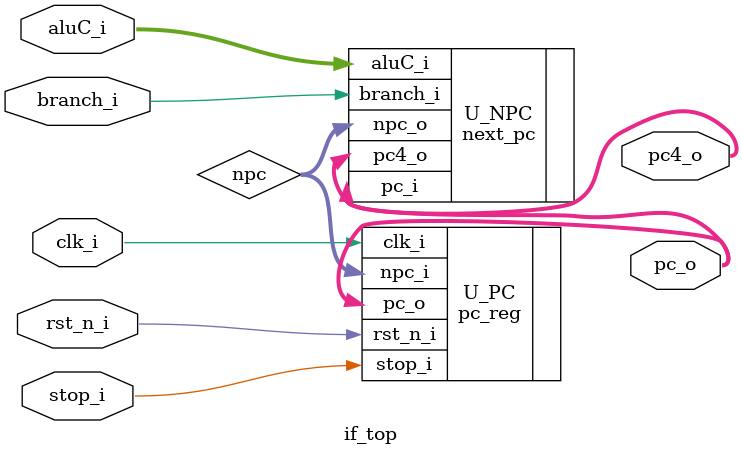
<source format=v>
`timescale 1ns / 1ps

module if_top(
    input         clk_i   ,
    input         rst_n_i ,
    input  [31:0] aluC_i  ,
    input         branch_i,
    input         stop_i  ,

    output [31:0] pc4_o   ,
    output [31:0] pc_o
);

wire [31:0] npc;

pc_reg U_PC (
    .clk_i   (clk_i  ),
    .rst_n_i (rst_n_i),
    .npc_i   (npc    ),
    .stop_i  (stop_i ),
    .pc_o    (pc_o   )
);

next_pc U_NPC (
    .pc_i     (pc_o    ),
    .aluC_i   (aluC_i  ),
    .branch_i (branch_i),
    .npc_o    (npc     ),
    .pc4_o    (pc4_o   )
);

endmodule

</source>
